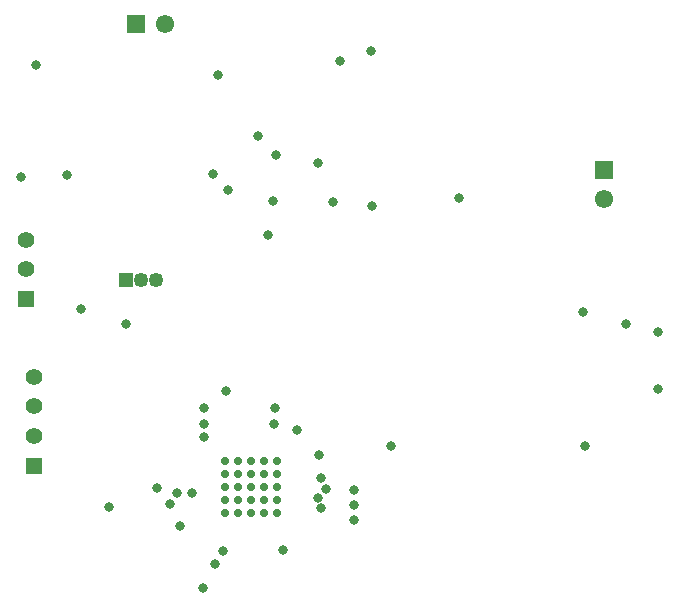
<source format=gbs>
G04*
G04 #@! TF.GenerationSoftware,Altium Limited,Altium Designer,22.5.1 (42)*
G04*
G04 Layer_Color=16711935*
%FSLAX44Y44*%
%MOMM*%
G71*
G04*
G04 #@! TF.SameCoordinates,548A175F-BCEF-4031-9993-F39C1D0A8298*
G04*
G04*
G04 #@! TF.FilePolarity,Negative*
G04*
G01*
G75*
%ADD53R,1.4000X1.4000*%
%ADD54C,1.4000*%
%ADD55C,1.2532*%
%ADD56R,1.2532X1.2532*%
%ADD57R,1.5500X1.5500*%
%ADD58C,1.5500*%
%ADD59R,1.5500X1.5500*%
%ADD60C,0.8132*%
%ADD61C,0.7032*%
D53*
X802851Y384140D02*
D03*
X796290Y525310D02*
D03*
D54*
X802851Y409140D02*
D03*
Y434140D02*
D03*
Y459140D02*
D03*
X796290Y550310D02*
D03*
Y575310D02*
D03*
D55*
X906780Y541020D02*
D03*
X894080D02*
D03*
D56*
X881380D02*
D03*
D57*
X1285410Y634589D02*
D03*
D58*
Y609589D02*
D03*
X914200Y758360D02*
D03*
D59*
X889200D02*
D03*
D60*
X1163320Y610870D02*
D03*
X946150Y280670D02*
D03*
X881380Y504190D02*
D03*
X1044930Y393420D02*
D03*
X1105890Y401040D02*
D03*
X1269720D02*
D03*
X1331950Y449300D02*
D03*
Y497560D02*
D03*
X1268450Y514070D02*
D03*
X792200Y628370D02*
D03*
X805011Y723517D02*
D03*
X867130Y348970D02*
D03*
X907770Y365480D02*
D03*
X1304290Y504190D02*
D03*
X1001214Y578960D02*
D03*
X1088390Y735330D02*
D03*
X1088978Y603614D02*
D03*
X1055958Y607424D02*
D03*
X967058Y617584D02*
D03*
X1007698Y646794D02*
D03*
X1062609Y726844D02*
D03*
X831168Y630284D02*
D03*
X842938Y516784D02*
D03*
X956310Y300990D02*
D03*
X926418Y333104D02*
D03*
X924560Y360680D02*
D03*
X918210Y351790D02*
D03*
X937260Y360680D02*
D03*
X963248Y311514D02*
D03*
X1014048Y312784D02*
D03*
X946738Y408034D02*
D03*
X965788Y447404D02*
D03*
X1025478Y414384D02*
D03*
X1006428Y419464D02*
D03*
X946738D02*
D03*
X1007110Y433070D02*
D03*
X947420D02*
D03*
X1043940Y356870D02*
D03*
X1050290Y364490D02*
D03*
X1046480Y373380D02*
D03*
X1074420Y350520D02*
D03*
Y363220D02*
D03*
Y337820D02*
D03*
X1046480Y347980D02*
D03*
X955040Y631190D02*
D03*
X1043940Y640080D02*
D03*
X993140Y662940D02*
D03*
X1005840Y608330D02*
D03*
X958850Y715010D02*
D03*
D61*
X964790Y387760D02*
D03*
X975790D02*
D03*
X986790D02*
D03*
X997790D02*
D03*
X1008790D02*
D03*
X964790Y376760D02*
D03*
X975790D02*
D03*
X986790D02*
D03*
X997790D02*
D03*
X1008790D02*
D03*
X964790Y365760D02*
D03*
X975790D02*
D03*
X986790D02*
D03*
X997790D02*
D03*
X1008790D02*
D03*
X964790Y354760D02*
D03*
X975790D02*
D03*
X986790D02*
D03*
X997790D02*
D03*
X1008790D02*
D03*
X964790Y343760D02*
D03*
X975790D02*
D03*
X986790D02*
D03*
X997790D02*
D03*
X1008790D02*
D03*
M02*

</source>
